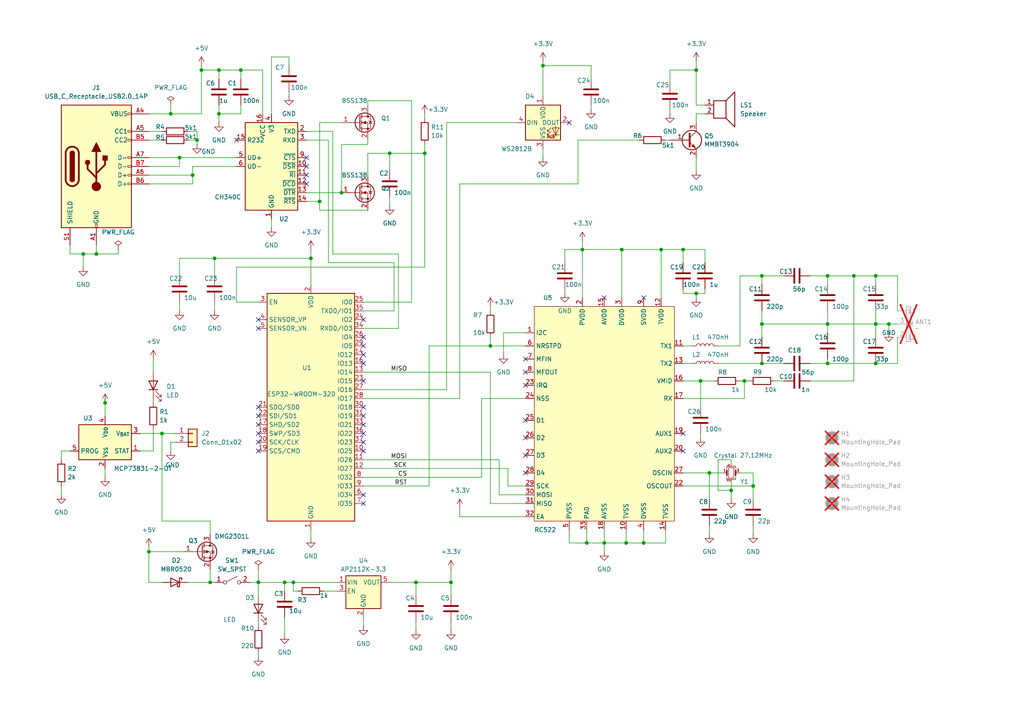
<source format=kicad_sch>
(kicad_sch (version 20231120) (generator "eeschema") (generator_version "8.0")
  (paper "A4")
  (junction (at 254 80.01))
  (junction (at 257.81 93.98))
  (junction (at 130.81 168.91))
  (junction (at 49.53 33.02))
  (junction (at 82.55 168.91))
  (junction (at 201.93 20.32))
  (junction (at 215.9 110.49))
  (junction (at 254 93.98))
  (junction (at 218.44 140.97))
  (junction (at 198.12 72.39))
  (junction (at 27.94 73.66))
  (junction (at 46.99 125.73))
  (junction (at 92.71 58.42))
  (junction (at 55.88 50.8))
  (junction (at 57.15 40.64))
  (junction (at 240.03 93.98))
  (junction (at 62.23 74.93))
  (junction (at 205.74 137.16))
  (junction (at 240.03 80.01))
  (junction (at 24.13 73.66))
  (junction (at 157.48 19.05))
  (junction (at 142.24 100.33))
  (junction (at 120.65 168.91))
  (junction (at 30.48 116.84))
  (junction (at 175.26 157.48))
  (junction (at 254 105.41))
  (junction (at 63.5 33.02))
  (junction (at 52.07 45.72))
  (junction (at 240.03 105.41))
  (junction (at 186.69 157.48))
  (junction (at 85.09 168.91))
  (junction (at 170.18 157.48))
  (junction (at 201.93 85.09))
  (junction (at 180.34 72.39))
  (junction (at 99.06 55.88))
  (junction (at 247.65 80.01))
  (junction (at 203.2 110.49))
  (junction (at 74.93 168.91))
  (junction (at 63.5 20.32))
  (junction (at 60.96 168.91))
  (junction (at 113.03 44.45))
  (junction (at 220.98 105.41))
  (junction (at 220.98 80.01))
  (junction (at 43.18 160.02))
  (junction (at 168.91 72.39))
  (junction (at 191.77 72.39))
  (junction (at 212.09 142.24))
  (junction (at 58.42 20.32))
  (junction (at 69.85 20.32))
  (junction (at 181.61 157.48))
  (junction (at 220.98 93.98))
  (junction (at 123.19 44.45))
  (junction (at 90.17 74.93))
  (no_connect (at 152.4 121.92))
  (no_connect (at 88.9 45.72))
  (no_connect (at 74.93 125.73))
  (no_connect (at 88.9 50.8))
  (no_connect (at 105.41 143.51))
  (no_connect (at 74.93 92.71))
  (no_connect (at 198.12 130.81))
  (no_connect (at 88.9 48.26))
  (no_connect (at 105.41 110.49))
  (no_connect (at 186.69 86.36))
  (no_connect (at 105.41 120.65))
  (no_connect (at 152.4 104.14))
  (no_connect (at 74.93 130.81))
  (no_connect (at 152.4 111.76))
  (no_connect (at 105.41 128.27))
  (no_connect (at 152.4 137.16))
  (no_connect (at 105.41 123.19))
  (no_connect (at 74.93 118.11))
  (no_connect (at 74.93 128.27))
  (no_connect (at 105.41 146.05))
  (no_connect (at 74.93 123.19))
  (no_connect (at 165.1 35.56))
  (no_connect (at 68.58 40.64))
  (no_connect (at 105.41 92.71))
  (no_connect (at 105.41 102.87))
  (no_connect (at 152.4 107.95))
  (no_connect (at 175.26 86.36))
  (no_connect (at 105.41 130.81))
  (no_connect (at 105.41 125.73))
  (no_connect (at 105.41 100.33))
  (no_connect (at 74.93 120.65))
  (no_connect (at 105.41 105.41))
  (no_connect (at 105.41 118.11))
  (no_connect (at 105.41 97.79))
  (no_connect (at 152.4 127))
  (no_connect (at 198.12 125.73))
  (no_connect (at 152.4 132.08))
  (no_connect (at 74.93 95.25))
  (no_connect (at 88.9 53.34))
  (wire (pts (xy 240.03 90.17) (xy 240.03 93.98)))
  (wire (pts (xy 163.83 76.2) (xy 163.83 72.39)))
  (wire (pts (xy 46.99 125.73) (xy 50.8 125.73)))
  (wire (pts (xy 17.78 133.35) (xy 17.78 130.81)))
  (wire (pts (xy 92.71 58.42) (xy 88.9 58.42)))
  (wire (pts (xy 247.65 80.01) (xy 247.65 110.49)))
  (wire (pts (xy 105.41 115.57) (xy 133.35 115.57)))
  (wire (pts (xy 198.12 140.97) (xy 218.44 140.97)))
  (wire (pts (xy 124.46 140.97) (xy 124.46 100.33)))
  (wire (pts (xy 198.12 100.33) (xy 200.66 100.33)))
  (wire (pts (xy 254 93.98) (xy 254 97.79)))
  (wire (pts (xy 68.58 77.47) (xy 68.58 87.63)))
  (wire (pts (xy 20.32 73.66) (xy 24.13 73.66)))
  (wire (pts (xy 201.93 33.02) (xy 201.93 35.56)))
  (wire (pts (xy 69.85 20.32) (xy 76.2 20.32)))
  (wire (pts (xy 105.41 179.07) (xy 105.41 181.61)))
  (wire (pts (xy 52.07 48.26) (xy 43.18 48.26)))
  (wire (pts (xy 204.47 85.09) (xy 204.47 83.82)))
  (wire (pts (xy 133.35 53.34) (xy 167.64 53.34)))
  (wire (pts (xy 60.96 151.13) (xy 46.99 151.13)))
  (wire (pts (xy 44.45 130.81) (xy 44.45 124.46)))
  (wire (pts (xy 191.77 86.36) (xy 191.77 72.39)))
  (wire (pts (xy 74.93 168.91) (xy 74.93 172.72)))
  (wire (pts (xy 46.99 168.91) (xy 43.18 168.91)))
  (wire (pts (xy 95.25 76.2) (xy 114.3 76.2)))
  (wire (pts (xy 30.48 135.89) (xy 30.48 138.43)))
  (wire (pts (xy 105.41 138.43) (xy 139.7 138.43)))
  (wire (pts (xy 139.7 138.43) (xy 139.7 115.57)))
  (wire (pts (xy 106.68 29.21) (xy 119.38 29.21)))
  (wire (pts (xy 254 93.98) (xy 257.81 93.98)))
  (wire (pts (xy 214.63 137.16) (xy 218.44 137.16)))
  (wire (pts (xy 68.58 87.63) (xy 74.93 87.63)))
  (wire (pts (xy 220.98 93.98) (xy 240.03 93.98)))
  (wire (pts (xy 129.54 35.56) (xy 149.86 35.56)))
  (wire (pts (xy 43.18 45.72) (xy 52.07 45.72)))
  (wire (pts (xy 43.18 158.75) (xy 43.18 160.02)))
  (wire (pts (xy 43.18 160.02) (xy 53.34 160.02)))
  (wire (pts (xy 203.2 110.49) (xy 207.01 110.49)))
  (wire (pts (xy 54.61 38.1) (xy 57.15 38.1)))
  (wire (pts (xy 175.26 157.48) (xy 175.26 160.02)))
  (wire (pts (xy 105.41 107.95) (xy 142.24 107.95)))
  (wire (pts (xy 96.52 73.66) (xy 115.57 73.66)))
  (wire (pts (xy 123.19 44.45) (xy 123.19 77.47)))
  (wire (pts (xy 218.44 137.16) (xy 218.44 140.97)))
  (wire (pts (xy 152.4 146.05) (xy 142.24 146.05)))
  (wire (pts (xy 163.83 83.82) (xy 163.83 85.09)))
  (wire (pts (xy 167.64 40.64) (xy 185.42 40.64)))
  (wire (pts (xy 57.15 38.1) (xy 57.15 40.64)))
  (wire (pts (xy 144.78 143.51) (xy 144.78 133.35)))
  (wire (pts (xy 254 90.17) (xy 254 93.98)))
  (wire (pts (xy 181.61 157.48) (xy 186.69 157.48)))
  (wire (pts (xy 142.24 100.33) (xy 152.4 100.33)))
  (wire (pts (xy 198.12 137.16) (xy 205.74 137.16)))
  (wire (pts (xy 120.65 168.91) (xy 120.65 172.72)))
  (wire (pts (xy 55.88 50.8) (xy 55.88 48.26)))
  (wire (pts (xy 171.45 30.48) (xy 171.45 31.75)))
  (wire (pts (xy 146.05 96.52) (xy 152.4 96.52)))
  (wire (pts (xy 175.26 157.48) (xy 181.61 157.48)))
  (wire (pts (xy 220.98 80.01) (xy 220.98 82.55)))
  (wire (pts (xy 113.03 168.91) (xy 120.65 168.91)))
  (wire (pts (xy 198.12 110.49) (xy 203.2 110.49)))
  (wire (pts (xy 99.06 41.91) (xy 99.06 55.88)))
  (wire (pts (xy 57.15 40.64) (xy 57.15 41.91)))
  (wire (pts (xy 146.05 102.87) (xy 146.05 96.52)))
  (wire (pts (xy 175.26 153.67) (xy 175.26 157.48)))
  (wire (pts (xy 203.2 127) (xy 203.2 125.73)))
  (wire (pts (xy 120.65 168.91) (xy 130.81 168.91)))
  (wire (pts (xy 30.48 115.57) (xy 30.48 116.84)))
  (wire (pts (xy 82.55 168.91) (xy 85.09 168.91)))
  (wire (pts (xy 52.07 80.01) (xy 52.07 74.93)))
  (wire (pts (xy 198.12 85.09) (xy 201.93 85.09)))
  (wire (pts (xy 88.9 38.1) (xy 96.52 38.1)))
  (wire (pts (xy 240.03 104.14) (xy 240.03 105.41)))
  (wire (pts (xy 95.25 40.64) (xy 95.25 76.2)))
  (wire (pts (xy 74.93 180.34) (xy 74.93 181.61)))
  (wire (pts (xy 54.61 168.91) (xy 60.96 168.91)))
  (wire (pts (xy 63.5 20.32) (xy 63.5 22.86)))
  (wire (pts (xy 254 105.41) (xy 260.35 105.41)))
  (wire (pts (xy 220.98 93.98) (xy 220.98 97.79)))
  (wire (pts (xy 218.44 152.4) (xy 218.44 154.94)))
  (wire (pts (xy 129.54 113.03) (xy 129.54 35.56)))
  (wire (pts (xy 52.07 45.72) (xy 68.58 45.72)))
  (wire (pts (xy 83.82 26.67) (xy 83.82 27.94)))
  (wire (pts (xy 50.8 128.27) (xy 49.53 128.27)))
  (wire (pts (xy 52.07 87.63) (xy 52.07 90.17)))
  (wire (pts (xy 220.98 80.01) (xy 227.33 80.01)))
  (wire (pts (xy 191.77 72.39) (xy 180.34 72.39)))
  (wire (pts (xy 208.28 133.35) (xy 208.28 142.24)))
  (wire (pts (xy 78.74 63.5) (xy 78.74 66.04)))
  (wire (pts (xy 157.48 19.05) (xy 157.48 27.94)))
  (wire (pts (xy 105.41 140.97) (xy 124.46 140.97)))
  (wire (pts (xy 58.42 20.32) (xy 63.5 20.32)))
  (wire (pts (xy 52.07 45.72) (xy 52.07 48.26)))
  (wire (pts (xy 165.1 153.67) (xy 165.1 157.48)))
  (wire (pts (xy 247.65 110.49) (xy 234.95 110.49)))
  (wire (pts (xy 20.32 71.12) (xy 20.32 73.66)))
  (wire (pts (xy 49.53 30.48) (xy 49.53 33.02)))
  (wire (pts (xy 123.19 44.45) (xy 113.03 44.45)))
  (wire (pts (xy 96.52 38.1) (xy 96.52 73.66)))
  (wire (pts (xy 78.74 16.51) (xy 78.74 33.02)))
  (wire (pts (xy 165.1 157.48) (xy 170.18 157.48)))
  (wire (pts (xy 92.71 58.42) (xy 92.71 60.96)))
  (wire (pts (xy 60.96 168.91) (xy 60.96 165.1)))
  (wire (pts (xy 43.18 40.64) (xy 46.99 40.64)))
  (wire (pts (xy 157.48 43.18) (xy 157.48 45.72)))
  (wire (pts (xy 105.41 87.63) (xy 119.38 87.63)))
  (wire (pts (xy 92.71 35.56) (xy 99.06 35.56)))
  (wire (pts (xy 85.09 168.91) (xy 97.79 168.91)))
  (wire (pts (xy 106.68 41.91) (xy 99.06 41.91)))
  (wire (pts (xy 240.03 93.98) (xy 240.03 96.52)))
  (wire (pts (xy 119.38 29.21) (xy 119.38 87.63)))
  (wire (pts (xy 208.28 100.33) (xy 214.63 100.33)))
  (wire (pts (xy 83.82 16.51) (xy 83.82 19.05)))
  (wire (pts (xy 224.79 110.49) (xy 227.33 110.49)))
  (wire (pts (xy 90.17 74.93) (xy 90.17 82.55)))
  (wire (pts (xy 114.3 76.2) (xy 114.3 90.17)))
  (wire (pts (xy 203.2 110.49) (xy 203.2 118.11)))
  (wire (pts (xy 90.17 153.67) (xy 90.17 156.21)))
  (wire (pts (xy 142.24 88.9) (xy 142.24 90.17)))
  (wire (pts (xy 27.94 73.66) (xy 27.94 71.12)))
  (wire (pts (xy 27.94 73.66) (xy 34.29 73.66)))
  (wire (pts (xy 218.44 140.97) (xy 218.44 144.78)))
  (wire (pts (xy 123.19 33.02) (xy 123.19 34.29)))
  (wire (pts (xy 62.23 74.93) (xy 62.23 80.01)))
  (wire (pts (xy 62.23 74.93) (xy 90.17 74.93)))
  (wire (pts (xy 205.74 137.16) (xy 205.74 144.78)))
  (wire (pts (xy 69.85 30.48) (xy 69.85 33.02)))
  (wire (pts (xy 62.23 87.63) (xy 62.23 90.17)))
  (wire (pts (xy 260.35 97.79) (xy 260.35 105.41)))
  (wire (pts (xy 17.78 140.97) (xy 17.78 143.51)))
  (wire (pts (xy 55.88 48.26) (xy 68.58 48.26)))
  (wire (pts (xy 60.96 168.91) (xy 62.23 168.91)))
  (wire (pts (xy 115.57 73.66) (xy 115.57 95.25)))
  (wire (pts (xy 69.85 33.02) (xy 63.5 33.02)))
  (wire (pts (xy 133.35 147.32) (xy 133.35 149.86)))
  (wire (pts (xy 194.31 31.75) (xy 194.31 33.02)))
  (wire (pts (xy 92.71 60.96) (xy 106.68 60.96)))
  (wire (pts (xy 163.83 72.39) (xy 168.91 72.39)))
  (wire (pts (xy 214.63 80.01) (xy 220.98 80.01)))
  (wire (pts (xy 220.98 90.17) (xy 220.98 93.98)))
  (wire (pts (xy 194.31 20.32) (xy 194.31 24.13)))
  (wire (pts (xy 215.9 115.57) (xy 215.9 110.49)))
  (wire (pts (xy 212.09 142.24) (xy 212.09 144.78)))
  (wire (pts (xy 93.98 171.45) (xy 97.79 171.45)))
  (wire (pts (xy 43.18 53.34) (xy 55.88 53.34)))
  (wire (pts (xy 240.03 93.98) (xy 254 93.98)))
  (wire (pts (xy 152.4 149.86) (xy 133.35 149.86)))
  (wire (pts (xy 72.39 168.91) (xy 74.93 168.91)))
  (wire (pts (xy 86.36 171.45) (xy 85.09 171.45)))
  (wire (pts (xy 204.47 76.2) (xy 204.47 72.39)))
  (wire (pts (xy 170.18 157.48) (xy 175.26 157.48)))
  (wire (pts (xy 40.64 130.81) (xy 44.45 130.81)))
  (wire (pts (xy 74.93 168.91) (xy 82.55 168.91)))
  (wire (pts (xy 63.5 20.32) (xy 69.85 20.32)))
  (wire (pts (xy 76.2 33.02) (xy 76.2 20.32)))
  (wire (pts (xy 113.03 59.69) (xy 113.03 57.15)))
  (wire (pts (xy 105.41 90.17) (xy 114.3 90.17)))
  (wire (pts (xy 212.09 134.62) (xy 212.09 133.35)))
  (wire (pts (xy 44.45 115.57) (xy 44.45 116.84)))
  (wire (pts (xy 106.68 29.21) (xy 106.68 30.48)))
  (wire (pts (xy 254 80.01) (xy 260.35 80.01)))
  (wire (pts (xy 82.55 179.07) (xy 82.55 184.15)))
  (wire (pts (xy 167.64 53.34) (xy 167.64 40.64)))
  (wire (pts (xy 214.63 100.33) (xy 214.63 80.01)))
  (wire (pts (xy 24.13 73.66) (xy 24.13 77.47)))
  (wire (pts (xy 240.03 80.01) (xy 234.95 80.01)))
  (wire (pts (xy 49.53 33.02) (xy 58.42 33.02)))
  (wire (pts (xy 212.09 142.24) (xy 212.09 139.7)))
  (wire (pts (xy 181.61 153.67) (xy 181.61 157.48)))
  (wire (pts (xy 198.12 76.2) (xy 198.12 72.39)))
  (wire (pts (xy 215.9 110.49) (xy 217.17 110.49)))
  (wire (pts (xy 201.93 17.78) (xy 201.93 20.32)))
  (wire (pts (xy 113.03 44.45) (xy 113.03 49.53)))
  (wire (pts (xy 58.42 20.32) (xy 58.42 19.05)))
  (wire (pts (xy 240.03 80.01) (xy 247.65 80.01)))
  (wire (pts (xy 24.13 73.66) (xy 27.94 73.66)))
  (wire (pts (xy 193.04 40.64) (xy 194.31 40.64)))
  (wire (pts (xy 220.98 105.41) (xy 227.33 105.41)))
  (wire (pts (xy 74.93 165.1) (xy 74.93 168.91)))
  (wire (pts (xy 234.95 105.41) (xy 240.03 105.41)))
  (wire (pts (xy 198.12 105.41) (xy 200.66 105.41)))
  (wire (pts (xy 55.88 53.34) (xy 55.88 50.8)))
  (wire (pts (xy 204.47 72.39) (xy 198.12 72.39)))
  (wire (pts (xy 106.68 44.45) (xy 113.03 44.45)))
  (wire (pts (xy 257.81 93.98) (xy 257.81 96.52)))
  (wire (pts (xy 142.24 146.05) (xy 142.24 107.95)))
  (wire (pts (xy 257.81 93.98) (xy 260.35 93.98)))
  (wire (pts (xy 201.93 85.09) (xy 201.93 86.36)))
  (wire (pts (xy 152.4 140.97) (xy 147.32 140.97)))
  (wire (pts (xy 69.85 22.86) (xy 69.85 20.32)))
  (wire (pts (xy 193.04 157.48) (xy 193.04 153.67)))
  (wire (pts (xy 90.17 72.39) (xy 90.17 74.93)))
  (wire (pts (xy 85.09 171.45) (xy 85.09 168.91)))
  (wire (pts (xy 74.93 189.23) (xy 74.93 190.5)))
  (wire (pts (xy 194.31 20.32) (xy 201.93 20.32)))
  (wire (pts (xy 105.41 133.35) (xy 144.78 133.35)))
  (wire (pts (xy 208.28 133.35) (xy 212.09 133.35)))
  (wire (pts (xy 130.81 180.34) (xy 130.81 182.88)))
  (wire (pts (xy 205.74 152.4) (xy 205.74 154.94)))
  (wire (pts (xy 120.65 180.34) (xy 120.65 182.88)))
  (wire (pts (xy 34.29 73.66) (xy 34.29 72.39)))
  (wire (pts (xy 240.03 80.01) (xy 240.03 82.55)))
  (wire (pts (xy 43.18 38.1) (xy 46.99 38.1)))
  (wire (pts (xy 147.32 140.97) (xy 147.32 135.89)))
  (wire (pts (xy 106.68 41.91) (xy 106.68 40.64)))
  (wire (pts (xy 106.68 50.8) (xy 106.68 44.45)))
  (wire (pts (xy 124.46 100.33) (xy 142.24 100.33)))
  (wire (pts (xy 43.18 50.8) (xy 55.88 50.8)))
  (wire (pts (xy 105.41 113.03) (xy 129.54 113.03)))
  (wire (pts (xy 88.9 40.64) (xy 95.25 40.64)))
  (wire (pts (xy 133.35 115.57) (xy 133.35 53.34)))
  (wire (pts (xy 88.9 55.88) (xy 99.06 55.88)))
  (wire (pts (xy 152.4 143.51) (xy 144.78 143.51)))
  (wire (pts (xy 198.12 115.57) (xy 215.9 115.57)))
  (wire (pts (xy 142.24 97.79) (xy 142.24 100.33)))
  (wire (pts (xy 204.47 30.48) (xy 201.93 30.48)))
  (wire (pts (xy 247.65 80.01) (xy 254 80.01)))
  (wire (pts (xy 168.91 69.85) (xy 168.91 72.39)))
  (wire (pts (xy 46.99 151.13) (xy 46.99 125.73)))
  (wire (pts (xy 63.5 33.02) (xy 63.5 35.56)))
  (wire (pts (xy 170.18 153.67) (xy 170.18 157.48)))
  (wire (pts (xy 43.18 33.02) (xy 49.53 33.02)))
  (wire (pts (xy 115.57 95.25) (xy 105.41 95.25)))
  (wire (pts (xy 17.78 130.81) (xy 20.32 130.81)))
  (wire (pts (xy 208.28 105.41) (xy 220.98 105.41)))
  (wire (pts (xy 260.35 80.01) (xy 260.35 90.17)))
  (wire (pts (xy 157.48 17.78) (xy 157.48 19.05)))
  (wire (pts (xy 92.71 35.56) (xy 92.71 58.42)))
  (wire (pts (xy 130.81 168.91) (xy 130.81 172.72)))
  (wire (pts (xy 198.12 72.39) (xy 191.77 72.39)))
  (wire (pts (xy 201.93 45.72) (xy 201.93 49.53)))
  (wire (pts (xy 105.41 135.89) (xy 147.32 135.89)))
  (wire (pts (xy 58.42 33.02) (xy 58.42 20.32)))
  (wire (pts (xy 171.45 19.05) (xy 171.45 22.86)))
  (wire (pts (xy 208.28 142.24) (xy 212.09 142.24)))
  (wire (pts (xy 201.93 85.09) (xy 204.47 85.09)))
  (wire (pts (xy 49.53 128.27) (xy 49.53 130.81)))
  (wire (pts (xy 186.69 157.48) (xy 193.04 157.48)))
  (wire (pts (xy 54.61 40.64) (xy 57.15 40.64)))
  (wire (pts (xy 130.81 165.1) (xy 130.81 168.91)))
  (wire (pts (xy 40.64 125.73) (xy 46.99 125.73)))
  (wire (pts (xy 214.63 110.49) (xy 215.9 110.49)))
  (wire (pts (xy 254 80.01) (xy 254 82.55)))
  (wire (pts (xy 139.7 115.57) (xy 152.4 115.57)))
  (wire (pts (xy 82.55 168.91) (xy 82.55 171.45)))
  (wire (pts (xy 78.74 16.51) (xy 83.82 16.51)))
  (wire (pts (xy 60.96 154.94) (xy 60.96 151.13)))
  (wire (pts (xy 168.91 72.39) (xy 180.34 72.39)))
  (wire (pts (xy 123.19 77.47) (xy 68.58 77.47)))
  (wire (pts (xy 204.47 33.02) (xy 201.93 33.02)))
  (wire (pts (xy 186.69 153.67) (xy 186.69 157.48)))
  (wire (pts (xy 205.74 137.16) (xy 209.55 137.16)))
  (wire (pts (xy 198.12 83.82) (xy 198.12 85.09)))
  (wire (pts (xy 180.34 72.39) (xy 180.34 86.36)))
  (wire (pts (xy 30.48 116.84) (xy 30.48 120.65)))
  (wire (pts (xy 44.45 104.14) (xy 44.45 107.95)))
  (wire (pts (xy 63.5 30.48) (xy 63.5 33.02)))
  (wire (pts (xy 123.19 41.91) (xy 123.19 44.45)))
  (wire (pts (xy 52.07 74.93) (xy 62.23 74.93)))
  (wire (pts (xy 168.91 86.36) (xy 168.91 72.39)))
  (wire (pts (xy 201.93 20.32) (xy 201.93 30.48)))
  (wire (pts (xy 171.45 19.05) (xy 157.48 19.05)))
  (wire (pts (xy 43.18 160.02) (xy 43.18 168.91)))
  (wire (pts (xy 240.03 105.41) (xy 254 105.41)))
  (label "SCK" (at 118.11 135.89 180))
  (label "MOSI" (at 118.11 133.35 180))
  (label "MISO" (at 118.11 107.95 180))
  (label "RST" (at 118.11 140.97 180))
  (label "CS" (at 118.11 138.43 180))
  (symbol (lib_id "power:+3.3V") (at 130.81 165.1 0) (unit 1)
    (property "Reference" "#PWR020" (effects (hide yes)))
    (property "Value" "+3.3V" (at 130.81 160.02 0))
    (property "Description" "Power symbol creates a global label with name \"+3.3V\"" (effects (hide yes)))
  )
  (symbol (lib_id "Device:C") (at 254 101.6 0) (unit 1)
    (property "Reference" "C17" (at 250.19 99.06 0) (effects (justify left)))
    (property "Value" "33p" (at 254 104.14 0) (effects (justify left)))
    (property "Footprint" "Capacitor_SMD:C_0603_1608Metric" (effects (hide yes)))
    (property "Description" "Unpolarized capacitor" (effects (hide yes)))
  )
  (symbol (lib_id "power:+5V") (at 43.18 158.75 0) (unit 1)
    (property "Reference" "#PWR015" (effects (hide yes)))
    (property "Value" "+5V" (at 43.18 153.67 0))
    (property "Description" "Power symbol creates a global label with name \"+5V\"" (effects (hide yes)))
  )
  (symbol (lib_id "power:GND") (at 82.55 184.15 0) (unit 1)
    (property "Reference" "#PWR016" (effects (hide yes)))
    (property "Value" "GND" (at 82.55 189.23 0))
    (property "Description" "Power symbol creates a global label with name \"GND\" , ground" (effects (hide yes)))
  )
  (symbol (lib_id "Device:R") (at 90.17 171.45 90) (unit 1)
    (property "Reference" "R3" (at 87.63 173.99 90))
    (property "Value" "1k" (at 93.98 172.72 90))
    (property "Footprint" "Resistor_SMD:R_0603_1608Metric" (effects (hide yes)))
    (property "Description" "Resistor" (effects (hide yes)))
  )
  (symbol (lib_id "Device:C") (at 231.14 110.49 90) (unit 1)
    (property "Reference" "C10" (at 229.87 109.22 90) (effects (justify left)))
    (property "Value" "1n" (at 234.95 113.03 90) (effects (justify left)))
    (property "Footprint" "Capacitor_SMD:C_0603_1608Metric" (effects (hide yes)))
    (property "Description" "Unpolarized capacitor" (effects (hide yes)))
    (property "LCSC" "	C1523" (effects (hide yes)))
  )
  (symbol (lib_id "Device:C") (at 83.82 22.86 0) (unit 1)
    (property "Reference" "C7" (at 79.756 19.558 0) (effects (justify left)))
    (property "Value" "100n" (at 84.328 25.4 0) (effects (justify left)))
    (property "Footprint" "Capacitor_SMD:C_0603_1608Metric" (effects (hide yes)))
    (property "Description" "Unpolarized capacitor" (effects (hide yes)))
    (property "LCSC" "C5137636" (effects (hide yes)))
  )
  (symbol (lib_id "Mechanical:MountingHole") (at 241.3 127 90) (unit 1) (exclude_from_sim yes) (in_bom no) (dnp yes)
    (property "Reference" "H1" (at 243.84 125.7878 90) (effects (justify right)))
    (property "Value" "MountingHole_Pad" (at 243.84 128.2121 90) (effects (justify right)))
    (property "Footprint" "MountingHole:MountingHole_2.2mm_M2" (effects (hide yes)))
    (property "Description" "Mounting Hole without connection" (effects (hide yes)))
  )
  (symbol (lib_id "power:GND") (at 163.83 85.09 0) (unit 1)
    (property "Reference" "#PWR032" (effects (hide yes)))
    (property "Value" "GND" (at 163.83 90.17 0))
    (property "Description" "Power symbol creates a global label with name \"GND\" , ground" (effects (hide yes)))
  )
  (symbol (lib_id "Device:C") (at 52.07 83.82 0) (unit 1)
    (property "Reference" "C22" (at 49.022 80.772 0) (effects (justify left)))
    (property "Value" "10u" (at 53.34 86.36 0) (effects (justify left)))
    (property "Footprint" "Capacitor_SMD:C_0805_2012Metric_Pad1.18x1.45mm_HandSolder" (effects (hide yes)))
    (property "Description" "Unpolarized capacitor" (effects (hide yes)))
    (property "LCSC" "C15850" (effects (hide yes)))
  )
  (symbol (lib_id "Device:R") (at 210.82 110.49 270) (unit 1)
    (property "Reference" "R8" (at 209.55 107.95 90))
    (property "Value" "1k" (at 213.36 113.03 90))
    (property "Footprint" "Resistor_SMD:R_0603_1608Metric" (effects (hide yes)))
    (property "Description" "Resistor" (effects (hide yes)))
  )
  (symbol (lib_id "Device:C") (at 203.2 121.92 0) (unit 1)
    (property "Reference" "C26" (at 199.39 119.38 0) (effects (justify left)))
    (property "Value" "100n" (at 204.47 124.46 0) (effects (justify left)))
    (property "Footprint" "Capacitor_SMD:C_0603_1608Metric" (effects (hide yes)))
    (property "Description" "Unpolarized capacitor" (effects (hide yes)))
    (property "LCSC" "C5137636" (effects (hide yes)))
  )
  (symbol (lib_id "power:GND") (at 203.2 127 0) (unit 1)
    (property "Reference" "#PWR042" (effects (hide yes)))
    (property "Value" "GND" (at 203.2 132.08 0))
    (property "Description" "Power symbol creates a global label with name \"GND\" , ground" (effects (hide yes)))
  )
  (symbol (lib_id "power:GND") (at 212.09 144.78 0) (unit 1)
    (property "Reference" "#PWR043" (effects (hide yes)))
    (property "Value" "GND" (at 212.09 149.86 0))
    (property "Description" "Power symbol creates a global label with name \"GND\" , ground" (effects (hide yes)))
  )
  (symbol (lib_id "power:GND") (at 146.05 102.87 0) (unit 1)
    (property "Reference" "#PWR029" (effects (hide yes)))
    (property "Value" "GND" (at 146.05 107.95 0))
    (property "Description" "Power symbol creates a global label with name \"GND\" , ground" (effects (hide yes)))
  )
  (symbol (lib_id "Device:LED") (at 74.93 176.53 90) (unit 1)
    (property "Reference" "D3" (at 71.12 173.355 90) (effects (justify right)))
    (property "Value" "LED" (at 64.77 179.705 90) (effects (justify right)))
    (property "Footprint" "LED_SMD:LED_0603_1608Metric" (effects (hide yes)))
    (property "Description" "Light emitting diode" (effects (hide yes)))
  )
  (symbol (lib_id "power:PWR_FLAG") (at 34.29 72.39 0) (unit 1)
    (property "Reference" "#FLG03" (effects (hide yes)))
    (property "Value" "PWR_FLAG" (at 34.29 67.31 0))
    (property "Description" "Special symbol for telling ERC where power comes from" (effects (hide yes)))
  )
  (symbol (lib_id "Transistor_FET:BSS138") (at 104.14 35.56 0) (unit 1)
    (property "Reference" "Q1" (at 110.49 34.2899 0) (effects (justify left)))
    (property "Value" "BSS138" (at 99.06 29.21 0) (effects (justify left)))
    (property "Footprint" "Package_TO_SOT_SMD:SOT-23" (effects (hide yes)))
    (property "Datasheet" "https://www.onsemi.com/pub/Collateral/BSS138-D.PDF" (effects (hide yes)))
    (property "Description" "50V Vds, 0.22A Id, N-Channel MOSFET, SOT-23" (effects (hide yes)))
    (property "LCSC" "C40912" (effects (hide yes)))
  )
  (symbol (lib_id "power:GND") (at 175.26 160.02 0) (unit 1)
    (property "Reference" "#PWR031" (effects (hide yes)))
    (property "Value" "GND" (at 175.26 165.1 0))
    (property "Description" "Power symbol creates a global label with name \"GND\" , ground" (effects (hide yes)))
  )
  (symbol (lib_id "power:GND") (at 90.17 156.21 0) (unit 1)
    (property "Reference" "#PWR01" (effects (hide yes)))
    (property "Value" "GND" (at 90.17 161.29 0))
    (property "Description" "Power symbol creates a global label with name \"GND\" , ground" (effects (hide yes)))
  )
  (symbol (lib_id "Device:LED") (at 44.45 111.76 90) (unit 1)
    (property "Reference" "D1" (at 48.26 112.0774 90) (effects (justify right)))
    (property "Value" "LED" (at 48.26 114.6174 90) (effects (justify right)))
    (property "Footprint" "LED_SMD:LED_0603_1608Metric" (effects (hide yes)))
    (property "Description" "Light emitting diode" (effects (hide yes)))
  )
  (symbol (lib_id "power:+3.3V") (at 201.93 17.78 0) (unit 1)
    (property "Reference" "#PWR024" (effects (hide yes)))
    (property "Value" "+3.3V" (at 201.93 12.7 0))
    (property "Description" "Power symbol creates a global label with name \"+3.3V\"" (effects (hide yes)))
  )
  (symbol (lib_id "Device:L") (at 204.47 105.41 90) (unit 1)
    (property "Reference" "L2" (at 201.93 102.87 90))
    (property "Value" "470nH" (at 208.28 102.87 90))
    (property "Footprint" "Inductor_SMD:L_0603_1608Metric_Pad1.05x0.95mm_HandSolder" (effects (hide yes)))
    (property "Description" "Inductor" (effects (hide yes)))
    (property "LCSC" "	C280285" (effects (hide yes)))
  )
  (symbol (lib_id "power:+5V") (at 30.48 116.84 0) (unit 1)
    (property "Reference" "#PWR010" (effects (hide yes)))
    (property "Value" "+5V" (at 30.48 111.76 0))
    (property "Description" "Power symbol creates a global label with name \"+5V\"" (effects (hide yes)))
  )
  (symbol (lib_id "Device:R") (at 220.98 110.49 270) (unit 1)
    (property "Reference" "R9" (at 219.71 107.95 90))
    (property "Value" "10k" (at 223.52 113.03 90))
    (property "Footprint" "Resistor_SMD:R_0603_1608Metric" (effects (hide yes)))
    (property "Description" "Resistor" (effects (hide yes)))
  )
  (symbol (lib_id "power:GND") (at 205.74 154.94 0) (unit 1)
    (property "Reference" "#PWR025" (effects (hide yes)))
    (property "Value" "GND" (at 205.74 160.02 0))
    (property "Description" "Power symbol creates a global label with name \"GND\" , ground" (effects (hide yes)))
  )
  (symbol (lib_id "Device:R") (at 123.19 38.1 180) (unit 1)
    (property "Reference" "R11" (at 124.968 36.8878 0) (effects (justify right)))
    (property "Value" "10k" (at 124.968 39.3121 0) (effects (justify right)))
    (property "Footprint" "Resistor_SMD:R_0603_1608Metric" (effects (hide yes)))
    (property "Description" "Resistor" (effects (hide yes)))
  )
  (symbol (lib_id "RFID:Antenna") (at 264.16 93.98 0) (unit 1) (dnp yes)
    (property "Reference" "ANT1" (at 265.43 93.3449 0) (effects (justify left)))
    (property "Value" "~" (at 265.43 95.25 0) (effects (justify left)))
    (property "Footprint" "RFID:RFID_Antenna2" (effects (hide yes)))
  )
  (symbol (lib_id "Device:C") (at 205.74 148.59 0) (unit 1)
    (property "Reference" "C8" (at 202.692 145.542 0) (effects (justify left)))
    (property "Value" "22p" (at 207.01 151.13 0) (effects (justify left)))
    (property "Footprint" "Capacitor_SMD:C_0603_1608Metric" (effects (hide yes)))
    (property "Description" "Unpolarized capacitor" (effects (hide yes)))
    (property "LCSC" "	C105620" (effects (hide yes)))
  )
  (symbol (lib_id "Device:Crystal_GND24_Small") (at 212.09 137.16 0) (unit 1)
    (property "Reference" "Y1" (at 214.63 139.7 0) (effects (justify left)))
    (property "Value" "Crystal 27.12MHz" (at 207.01 132.08 0) (effects (justify left)))
    (property "Footprint" "Crystal:Crystal_SMD_3225-4Pin_3.2x2.5mm" (effects (hide yes)))
    (property "Description" "Four pin crystal, GND on pins 2 and 4, small symbol" (effects (hide yes)))
    (property "LCSC" "C164053" (effects (hide yes)))
  )
  (symbol (lib_id "Transistor_FET:DMG2301L") (at 58.42 160.02 0) (unit 1)
    (property "Reference" "Q3" (at 54.61 156.845 0) (effects (justify left)))
    (property "Value" "DMG2301L" (at 62.23 155.575 0) (effects (justify left)))
    (property "Footprint" "Package_TO_SOT_SMD:SOT-23" (effects (hide yes)))
    (property "Datasheet" "https://www.diodes.com/assets/Datasheets/DMG2301L.pdf" (effects (hide yes)))
    (property "Description" "-3A Id, -20V Vds, P-Channel MOSFET, SOT-23" (effects (hide yes)))
    (property "LCSC" "C7472914" (effects (hide yes)))
  )
  (symbol (lib_id "Device:C") (at 62.23 83.82 0) (unit 1)
    (property "Reference" "C23" (at 59.182 80.772 0) (effects (justify left)))
    (property "Value" "100n" (at 63.5 86.36 0) (effects (justify left)))
    (property "Footprint" "Capacitor_SMD:C_0603_1608Metric" (effects (hide yes)))
    (property "Description" "Unpolarized capacitor" (effects (hide yes)))
    (property "LCSC" "C5137636" (effects (hide yes)))
  )
  (symbol (lib_id "Device:C") (at 204.47 80.01 0) (unit 1)
    (property "Reference" "C20" (at 200.66 77.47 0) (effects (justify left)))
    (property "Value" "1u" (at 205.74 82.55 0) (effects (justify left)))
    (property "Footprint" "Capacitor_SMD:C_0603_1608Metric" (effects (hide yes)))
    (property "Description" "Unpolarized capacitor" (effects (hide yes)))
    (property "LCSC" "C1592" (effects (hide yes)))
  )
  (symbol (lib_id "power:GND") (at 113.03 59.69 0) (unit 1)
    (property "Reference" "#PWR09" (effects (hide yes)))
    (property "Value" "GND" (at 113.03 64.77 0))
    (property "Description" "Power symbol creates a global label with name \"GND\" , ground" (effects (hide yes)))
  )
  (symbol (lib_id "Transistor_FET:BSS138") (at 104.14 55.88 0) (unit 1)
    (property "Reference" "Q2" (at 110.49 54.6099 0) (effects (justify left)))
    (property "Value" "BSS138" (at 99.06 50.8 0) (effects (justify left)))
    (property "Footprint" "Package_TO_SOT_SMD:SOT-23" (effects (hide yes)))
    (property "Datasheet" "https://www.onsemi.com/pub/Collateral/BSS138-D.PDF" (effects (hide yes)))
    (property "Description" "50V Vds, 0.22A Id, N-Channel MOSFET, SOT-23" (effects (hide yes)))
    (property "LCSC" "C40912" (effects (hide yes)))
  )
  (symbol (lib_id "power:GND") (at 17.78 143.51 0) (unit 1)
    (property "Reference" "#PWR013" (effects (hide yes)))
    (property "Value" "GND" (at 17.78 148.59 0))
    (property "Description" "Power symbol creates a global label with name \"GND\" , ground" (effects (hide yes)))
  )
  (symbol (lib_id "power:GND") (at 257.81 96.52 0) (unit 1)
    (property "Reference" "#PWR034" (effects (hide yes)))
    (property "Value" "GND" (at 257.81 96.52 0))
    (property "Description" "Power symbol creates a global label with name \"GND\" , ground" (effects (hide yes)))
  )
  (symbol (lib_id "Mechanical:MountingHole") (at 241.3 139.7 90) (unit 1) (exclude_from_sim yes) (in_bom no) (dnp yes)
    (property "Reference" "H3" (at 243.84 138.4878 90) (effects (justify right)))
    (property "Value" "MountingHole_Pad" (at 243.84 140.9121 90) (effects (justify right)))
    (property "Footprint" "MountingHole:MountingHole_2.2mm_M2" (effects (hide yes)))
    (property "Description" "Mounting Hole without connection" (effects (hide yes)))
  )
  (symbol (lib_id "Device:C") (at 231.14 105.41 90) (unit 1)
    (property "Reference" "C18" (at 232.41 101.6 90) (effects (justify left)))
    (property "Value" "56p" (at 236.22 107.95 90) (effects (justify left)))
    (property "Footprint" "Capacitor_SMD:C_0603_1608Metric" (effects (hide yes)))
    (property "Description" "Unpolarized capacitor" (effects (hide yes)))
  )
  (symbol (lib_id "Device:R") (at 44.45 120.65 0) (unit 1)
    (property "Reference" "R1" (at 46.228 119.4378 0) (effects (justify left)))
    (property "Value" "1k" (at 46.228 121.8621 0) (effects (justify left)))
    (property "Footprint" "Resistor_SMD:R_0603_1608Metric" (effects (hide yes)))
    (property "Description" "Resistor" (effects (hide yes)))
  )
  (symbol (lib_id "LED:WS2812B") (at 157.48 35.56 0) (unit 1)
    (property "Reference" "D4" (at 153.67 27.94 0))
    (property "Value" "WS2812B" (at 149.86 43.18 0))
    (property "Footprint" "LED_SMD:LED_WS2812B_PLCC4_5.0x5.0mm_P3.2mm" (effects (hide yes)))
    (property "Datasheet" "https://cdn-shop.adafruit.com/datasheets/WS2812B.pdf" (effects (hide yes)))
    (property "Description" "RGB LED with integrated controller" (effects (hide yes)))
    (property "LCSC" "C114586" (effects (hide yes)))
  )
  (symbol (lib_id "Device:C") (at 231.14 80.01 90) (unit 1)
    (property "Reference" "C13" (at 229.87 78.74 90) (effects (justify left)))
    (property "Value" "56p" (at 233.68 83.82 90) (effects (justify left)))
    (property "Footprint" "Capacitor_SMD:C_0603_1608Metric" (effects (hide yes)))
    (property "Description" "Unpolarized capacitor" (effects (hide yes)))
  )
  (symbol (lib_id "Device:R") (at 189.23 40.64 90) (unit 1)
    (property "Reference" "R6" (at 184.912 39.37 90))
    (property "Value" "5k1" (at 193.802 42.164 90))
    (property "Footprint" "Resistor_SMD:R_0603_1608Metric" (effects (hide yes)))
    (property "Description" "Resistor" (effects (hide yes)))
  )
  (symbol (lib_id "Interface_USB:CH340C") (at 78.74 48.26 0) (unit 1)
    (property "Reference" "U2" (at 80.9341 63.5 0) (effects (justify left)))
    (property "Value" "CH340C" (at 62.23 57.15 0) (effects (justify left)))
    (property "Footprint" "Package_SO:SOIC-16_3.9x9.9mm_P1.27mm" (effects (hide yes)))
    (property "Datasheet" "https://datasheet.lcsc.com/szlcsc/Jiangsu-Qin-Heng-CH340C_C84681.pdf" (effects (hide yes)))
    (property "Description" "USB serial converter, crystal-less, UART, SOIC-16" (effects (hide yes)))
    (property "LCSC" "C84681" (effects (hide yes)))
  )
  (symbol (lib_id "power:GND") (at 52.07 90.17 0) (unit 1)
    (property "Reference" "#PWR037" (effects (hide yes)))
    (property "Value" "GND" (at 52.07 95.25 0))
    (property "Description" "Power symbol creates a global label with name \"GND\" , ground" (effects (hide yes)))
  )
  (symbol (lib_id "Device:C") (at 254 86.36 0) (unit 1)
    (property "Reference" "C15" (at 250.19 83.82 0) (effects (justify left)))
    (property "Value" "33p" (at 254 88.9 0) (effects (justify left)))
    (property "Footprint" "Capacitor_SMD:C_0603_1608Metric" (effects (hide yes)))
    (property "Description" "Unpolarized capacitor" (effects (hide yes)))
  )
  (symbol (lib_id "power:GND") (at 62.23 90.17 0) (unit 1)
    (property "Reference" "#PWR038" (effects (hide yes)))
    (property "Value" "GND" (at 62.23 95.25 0))
    (property "Description" "Power symbol creates a global label with name \"GND\" , ground" (effects (hide yes)))
  )
  (symbol (lib_id "Device:C") (at 198.12 80.01 0) (unit 1)
    (property "Reference" "C19" (at 194.31 77.47 0) (effects (justify left)))
    (property "Value" "100n" (at 198.12 82.55 0) (effects (justify left)))
    (property "Footprint" "Capacitor_SMD:C_0603_1608Metric" (effects (hide yes)))
    (property "Description" "Unpolarized capacitor" (effects (hide yes)))
    (property "LCSC" "C5137636" (effects (hide yes)))
  )
  (symbol (lib_id "power:GND") (at 83.82 27.94 0) (unit 1)
    (property "Reference" "#PWR06" (effects (hide yes)))
    (property "Value" "GND" (at 83.82 33.02 0))
    (property "Description" "Power symbol creates a global label with name \"GND\" , ground" (effects (hide yes)))
  )
  (symbol (lib_id "Device:R") (at 74.93 185.42 0) (unit 1)
    (property "Reference" "R10" (at 69.85 182.245 0) (effects (justify left)))
    (property "Value" "220" (at 69.85 187.325 0) (effects (justify left)))
    (property "Footprint" "Resistor_SMD:R_0603_1608Metric" (effects (hide yes)))
    (property "Description" "Resistor" (effects (hide yes)))
  )
  (symbol (lib_id "Device:C") (at 113.03 53.34 0) (unit 1)
    (property "Reference" "C2" (at 109.982 50.292 0) (effects (justify left)))
    (property "Value" "100n" (at 114.3 55.88 0) (effects (justify left)))
    (property "Footprint" "Capacitor_SMD:C_0603_1608Metric" (effects (hide yes)))
    (property "Description" "Unpolarized capacitor" (effects (hide yes)))
    (property "LCSC" "C5137636" (effects (hide yes)))
  )
  (symbol (lib_id "Device:R") (at 50.8 38.1 90) (unit 1)
    (property "Reference" "R4" (at 46.482 36.83 90))
    (property "Value" "5k1" (at 55.372 39.624 90))
    (property "Footprint" "Resistor_SMD:R_0603_1608Metric" (effects (hide yes)))
    (property "Description" "Resistor" (effects (hide yes)))
  )
  (symbol (lib_id "Device:Speaker") (at 209.55 30.48 0) (unit 1)
    (property "Reference" "LS1" (at 214.63 30.4799 0) (effects (justify left)))
    (property "Value" "Speaker" (at 214.63 33.0199 0) (effects (justify left)))
    (property "Footprint" "Buzzer_Beeper:Buzzer_TDK_PS1240P02BT_D12.2mm_H6.5mm" (effects (hide yes)))
    (property "Description" "Speaker" (effects (hide yes)))
    (property "LCSC" "	C76873" (effects (hide yes)))
  )
  (symbol (lib_id "power:+3.3V") (at 133.35 147.32 0) (unit 1)
    (property "Reference" "#PWR027" (effects (hide yes)))
    (property "Value" "+3.3V" (at 133.35 142.24 0))
    (property "Description" "Power symbol creates a global label with name \"+3.3V\"" (effects (hide yes)))
  )
  (symbol (lib_id "power:+5V") (at 44.45 104.14 0) (unit 1)
    (property "Reference" "#PWR012" (effects (hide yes)))
    (property "Value" "+5V" (at 44.45 99.06 0))
    (property "Description" "Power symbol creates a global label with name \"+5V\"" (effects (hide yes)))
  )
  (symbol (lib_id "power:GND") (at 78.74 66.04 0) (unit 1)
    (property "Reference" "#PWR04" (effects (hide yes)))
    (property "Value" "GND" (at 78.74 71.12 0))
    (property "Description" "Power symbol creates a global label with name \"GND\" , ground" (effects (hide yes)))
  )
  (symbol (lib_id "Device:R") (at 17.78 137.16 0) (unit 1)
    (property "Reference" "R2" (at 19.558 135.9478 0) (effects (justify left)))
    (property "Value" "2k" (at 19.558 138.3721 0) (effects (justify left)))
    (property "Footprint" "Resistor_SMD:R_0603_1608Metric" (effects (hide yes)))
    (property "Description" "Resistor" (effects (hide yes)))
  )
  (symbol (lib_id "power:+3.3V") (at 168.91 69.85 0) (unit 1)
    (property "Reference" "#PWR030" (effects (hide yes)))
    (property "Value" "+3.3V" (at 168.91 64.77 0))
    (property "Description" "Power symbol creates a global label with name \"+3.3V\"" (effects (hide yes)))
  )
  (symbol (lib_id "Device:C") (at 130.81 176.53 0) (unit 1)
    (property "Reference" "C5" (at 127.762 173.482 0) (effects (justify left)))
    (property "Value" "100n" (at 132.08 179.07 0) (effects (justify left)))
    (property "Footprint" "Capacitor_SMD:C_0603_1608Metric" (effects (hide yes)))
    (property "Description" "Unpolarized capacitor" (effects (hide yes)))
    (property "LCSC" "C5137636" (effects (hide yes)))
  )
  (symbol (lib_id "power:GND") (at 120.65 182.88 0) (unit 1)
    (property "Reference" "#PWR018" (effects (hide yes)))
    (property "Value" "GND" (at 120.65 187.96 0))
    (property "Description" "Power symbol creates a global label with name \"GND\" , ground" (effects (hide yes)))
  )
  (symbol (lib_id "power:GND") (at 57.15 41.91 0) (unit 1)
    (property "Reference" "#PWR021" (effects (hide yes)))
    (property "Value" "GND" (at 60.452 43.942 0))
    (property "Description" "Power symbol creates a global label with name \"GND\" , ground" (effects (hide yes)))
  )
  (symbol (lib_id "Device:L") (at 204.47 100.33 90) (unit 1)
    (property "Reference" "L1" (at 201.93 97.79 90))
    (property "Value" "470nH" (at 208.28 97.79 90))
    (property "Footprint" "Inductor_SMD:L_0603_1608Metric_Pad1.05x0.95mm_HandSolder" (effects (hide yes)))
    (property "Description" "Inductor" (effects (hide yes)))
    (property "LCSC" "	C280285" (effects (hide yes)))
  )
  (symbol (lib_id "Device:C") (at 220.98 86.36 0) (unit 1)
    (property "Reference" "C11" (at 217.17 83.82 0) (effects (justify left)))
    (property "Value" "220p" (at 222.25 88.9 0) (effects (justify left)))
    (property "Footprint" "Capacitor_SMD:C_0603_1608Metric" (effects (hide yes)))
    (property "Description" "Unpolarized capacitor" (effects (hide yes)))
  )
  (symbol (lib_id "power:+3.3V") (at 123.19 33.02 0) (unit 1)
    (property "Reference" "#PWR036" (effects (hide yes)))
    (property "Value" "+3.3V" (at 127 31.75 0))
    (property "Description" "Power symbol creates a global label with name \"+3.3V\"" (effects (hide yes)))
  )
  (symbol (lib_id "power:GND") (at 171.45 31.75 0) (unit 1)
    (property "Reference" "#PWR040" (effects (hide yes)))
    (property "Value" "GND" (at 171.45 36.83 0))
    (property "Description" "Power symbol creates a global label with name \"GND\" , ground" (effects (hide yes)))
  )
  (symbol (lib_id "power:+3.3V") (at 142.24 88.9 0) (unit 1)
    (property "Reference" "#PWR028" (effects (hide yes)))
    (property "Value" "+3.3V" (at 146.05 87.63 0))
    (property "Description" "Power symbol creates a global label with name \"+3.3V\"" (effects (hide yes)))
  )
  (symbol (lib_id "power:GND") (at 30.48 138.43 0) (unit 1)
    (property "Reference" "#PWR011" (effects (hide yes)))
    (property "Value" "GND" (at 30.48 143.51 0))
    (property "Description" "Power symbol creates a global label with name \"GND\" , ground" (effects (hide yes)))
  )
  (symbol (lib_id "power:+3.3V") (at 90.17 72.39 0) (unit 1)
    (property "Reference" "#PWR03" (effects (hide yes)))
    (property "Value" "+3.3V" (at 90.17 67.31 0))
    (property "Description" "Power symbol creates a global label with name \"+3.3V\"" (effects (hide yes)))
  )
  (symbol (lib_id "Switch:SW_SPST") (at 67.31 168.91 0) (unit 1)
    (property "Reference" "SW1" (at 67.31 162.56 0))
    (property "Value" "SW_SPST" (at 67.31 165.1 0))
    (property "Footprint" "Button_Switch_THT:SW_Slide_SPDT_Angled_CK_OS102011MA1Q" (effects (hide yes)))
    (property "Description" "Single Pole Single Throw (SPST) switch C&K OS102011MA1QN1" (effects (hide yes)))
    (property "LCSC" "C226259" (effects (hide yes)))
  )
  (symbol (lib_id "RF_Module:ESP32-WROOM-32D") (at 90.17 118.11 0) (unit 1)
    (property "Reference" "U1" (at 87.63 106.68 0) (effects (justify left)))
    (property "Value" "ESP32-WROOM-32D" (at 77.47 114.3 0) (effects (justify left)))
    (property "Footprint" "RFID:ESP32-WROOM-32D" (effects (hide yes)))
    (property "Datasheet" "https://www.espressif.com/sites/default/files/documentation/esp32-wroom-32d_esp32-wroom-32u_datasheet_en.pdf" (effects (hide yes)))
    (property "Description" "RF Module, ESP32-D0WD SoC, Wi-Fi 802.11b/g/n, Bluetooth, BLE, 32-bit, 2.7-3.6V, onboard antenna, SMD" (effects (hide yes)))
    (property "LCSC" "C6946015" (effects (hide yes)))
  )
  (symbol (lib_id "Transistor_BJT:MMBT3904") (at 199.39 40.64 0) (unit 1)
    (property "Reference" "Q5" (at 204.2414 39.4278 0) (effects (justify left)))
    (property "Value" "MMBT3904" (at 204.2414 41.8521 0) (effects (justify left)))
    (property "Footprint" "Package_TO_SOT_SMD:SOT-23" (effects (hide yes)))
    (property "Datasheet" "https://www.onsemi.com/pdf/datasheet/pzt3904-d.pdf" (effects (hide yes)))
    (property "Description" "0.2A Ic, 40V Vce, Small Signal NPN Transistor, SOT-23" (effects (hide yes)))
    (property "LCSC" "	C2923360" (effects (hide yes)))
  )
  (symbol (lib_id "Device:C") (at 163.83 80.01 0) (unit 1)
    (property "Reference" "C21" (at 160.02 77.47 0) (effects (justify left)))
    (property "Value" "100n" (at 163.83 82.55 0) (effects (justify left)))
    (property "Footprint" "Capacitor_SMD:C_0603_1608Metric" (effects (hide yes)))
    (property "Description" "Unpolarized capacitor" (effects (hide yes)))
    (property "LCSC" "C5137636" (effects (hide yes)))
  )
  (symbol (lib_id "power:+3.3V") (at 157.48 17.78 0) (unit 1)
    (property "Reference" "#PWR022" (effects (hide yes)))
    (property "Value" "+3.3V" (at 157.48 12.7 0))
    (property "Description" "Power symbol creates a global label with name \"+3.3V\"" (effects (hide yes)))
  )
  (symbol (lib_id "Mechanical:MountingHole") (at 241.3 146.05 90) (unit 1) (exclude_from_sim yes) (in_bom no) (dnp yes)
    (property "Reference" "H4" (at 243.84 144.8378 90) (effects (justify right)))
    (property "Value" "MountingHole_Pad" (at 243.84 147.2621 90) (effects (justify right)))
    (property "Footprint" "MountingHole:MountingHole_2.2mm_M2" (effects (hide yes)))
    (property "Description" "Mounting Hole without connection" (effects (hide yes)))
  )
  (symbol (lib_id "Device:C") (at 194.31 27.94 0) (unit 1)
    (property "Reference" "C25" (at 190.246 24.638 0) (effects (justify left)))
    (property "Value" "100n" (at 194.818 30.48 0) (effects (justify left)))
    (property "Footprint" "Capacitor_SMD:C_0603_1608Metric" (effects (hide yes)))
    (property "Description" "Unpolarized capacitor" (effects (hide yes)))
    (property "LCSC" "C5137636" (effects (hide yes)))
  )
  (symbol (lib_id "Device:R") (at 142.24 93.98 180) (unit 1)
    (property "Reference" "R7" (at 137.16 91.44 0) (effects (justify right)))
    (property "Value" "10k" (at 137.16 96.52 0) (effects (justify right)))
    (property "Footprint" "Resistor_SMD:R_0603_1608Metric" (effects (hide yes)))
    (property "Description" "Resistor" (effects (hide yes)))
  )
  (symbol (lib_id "power:GND") (at 201.93 49.53 0) (unit 1)
    (property "Reference" "#PWR023" (effects (hide yes)))
    (property "Value" "GND" (at 201.93 54.61 0))
    (property "Description" "Power symbol creates a global label with name \"GND\" , ground" (effects (hide yes)))
  )
  (symbol (lib_id "power:GND") (at 74.93 190.5 0) (unit 1)
    (property "Reference" "#PWR035" (effects (hide yes)))
    (property "Value" "GND" (at 74.93 195.58 0))
    (property "Description" "Power symbol creates a global label with name \"GND\" , ground" (effects (hide yes)))
  )
  (symbol (lib_id "power:GND") (at 49.53 130.81 0) (unit 1)
    (property "Reference" "#PWR014" (effects (hide yes)))
    (property "Value" "GND" (at 50.038 134.874 0))
    (property "Description" "Power symbol creates a global label with name \"GND\" , ground" (effects (hide yes)))
  )
  (symbol (lib_id "power:GND") (at 130.81 182.88 0) (unit 1)
    (property "Reference" "#PWR019" (effects (hide yes)))
    (property "Value" "GND" (at 130.81 187.96 0))
    (property "Description" "Power symbol creates a global label with name \"GND\" , ground" (effects (hide yes)))
  )
  (symbol (lib_id "Device:C") (at 69.85 26.67 0) (unit 1)
    (property "Reference" "C1" (at 66.04 24.13 0) (effects (justify left)))
    (property "Value" "100n" (at 70.358 29.21 0) (effects (justify left)))
    (property "Footprint" "Capacitor_SMD:C_0603_1608Metric" (effects (hide yes)))
    (property "Description" "Unpolarized capacitor" (effects (hide yes)))
    (property "LCSC" "C5137636" (effects (hide yes)))
  )
  (symbol (lib_id "Device:C") (at 240.03 86.36 0) (unit 1)
    (property "Reference" "C14" (at 236.22 83.82 0) (effects (justify left)))
    (property "Value" "100p" (at 241.3 88.9 0) (effects (justify left)))
    (property "Footprint" "Capacitor_SMD:C_0603_1608Metric" (effects (hide yes)))
    (property "Description" "Unpolarized capacitor" (effects (hide yes)))
  )
  (symbol (lib_id "power:+5V") (at 58.42 19.05 0) (unit 1)
    (property "Reference" "#PWR07" (effects (hide yes)))
    (property "Value" "+5V" (at 58.42 13.97 0))
    (property "Description" "Power symbol creates a global label with name \"+5V\"" (effects (hide yes)))
  )
  (symbol (lib_id "Battery_Management:MCP73831-2-OT") (at 30.48 128.27 0) (unit 1)
    (property "Reference" "U3" (at 24.13 121.285 0) (effects (justify left)))
    (property "Value" "MCP73831-2-OT" (at 33.02 135.89 0) (effects (justify left)))
    (property "Footprint" "Package_TO_SOT_SMD:SOT-23-5" (effects (hide yes)))
    (property "Datasheet" "http://ww1.microchip.com/downloads/en/DeviceDoc/20001984g.pdf" (effects (hide yes)))
    (property "Description" "Single cell, Li-Ion/Li-Po charge management controller, 4.20V, Tri-State Status Output, in SOT23-5 package" (effects (hide yes)))
    (property "LCSC" "C424093" (effects (hide yes)))
  )
  (symbol (lib_id "power:GND") (at 63.5 35.56 0) (unit 1)
    (property "Reference" "#PWR08" (effects (hide yes)))
    (property "Value" "GND" (at 63.5 40.64 0))
    (property "Description" "Power symbol creates a global label with name \"GND\" , ground" (effects (hide yes)))
  )
  (symbol (lib_id "Diode:MBR0520") (at 50.8 168.91 0) (mirror y) (unit 1)
    (property "Reference" "D2" (at 51.1175 162.56 0))
    (property "Value" "MBR0520" (at 51.1175 165.1 0))
    (property "Footprint" "Diode_SMD:D_SOD-123" (effects (hide yes)))
    (property "Datasheet" "http://www.mccsemi.com/up_pdf/MBR0520~MBR0580(SOD123).pdf" (effects (hide yes)))
    (property "Description" "20V 0.5A Schottky Power Rectifier Diode, SOD-123" (effects (hide yes)))
    (property "LCSC" "	C77335" (effects (hide yes)))
  )
  (symbol (lib_id "power:PWR_FLAG") (at 74.93 165.1 0) (unit 1)
    (property "Reference" "#FLG01" (effects (hide yes)))
    (property "Value" "PWR_FLAG" (at 74.93 160.02 0))
    (property "Description" "Special symbol for telling ERC where power comes from" (effects (hide yes)))
  )
  (symbol (lib_id "RFID:RC522") (at 175.26 116.84 0) (unit 1)
    (property "Reference" "U5" (at 157.48 86.36 0) (effects (justify left)))
    (property "Value" "RC522" (at 154.94 153.67 0) (effects (justify left)))
    (property "Footprint" "RFID:HVQFN-32-1EP_5x5mm_P0.5mm_EP3.1x3.1mm_ThermalVias" (effects (hide yes)))
    (property "LCSC" "C41361612" (effects (hide yes)))
  )
  (symbol (lib_id "power:GND") (at 194.31 33.02 0) (unit 1)
    (property "Reference" "#PWR041" (effects (hide yes)))
    (property "Value" "GND" (at 194.31 38.1 0))
    (property "Description" "Power symbol creates a global label with name \"GND\" , ground" (effects (hide yes)))
  )
  (symbol (lib_id "Device:C") (at 171.45 26.67 0) (unit 1)
    (property "Reference" "C24" (at 167.386 23.368 0) (effects (justify left)))
    (property "Value" "100n" (at 171.958 29.21 0) (effects (justify left)))
    (property "Footprint" "Capacitor_SMD:C_0603_1608Metric" (effects (hide yes)))
    (property "Description" "Unpolarized capacitor" (effects (hide yes)))
    (property "LCSC" "C5137636" (effects (hide yes)))
  )
  (symbol (lib_id "power:PWR_FLAG") (at 49.53 30.48 0) (unit 1)
    (property "Reference" "#FLG02" (effects (hide yes)))
    (property "Value" "PWR_FLAG" (at 49.53 25.4 0))
    (property "Description" "Special symbol for telling ERC where power comes from" (effects (hide yes)))
  )
  (symbol (lib_id "Device:R") (at 50.8 40.64 90) (unit 1)
    (property "Reference" "R5" (at 46.482 39.878 90))
    (property "Value" "5k1" (at 55.372 37.084 90))
    (property "Footprint" "Resistor_SMD:R_0603_1608Metric" (effects (hide yes)))
    (property "Description" "Resistor" (effects (hide yes)))
  )
  (symbol (lib_id "Mechanical:MountingHole") (at 241.3 133.35 90) (unit 1) (exclude_from_sim yes) (in_bom no) (dnp yes)
    (property "Reference" "H2" (at 243.84 132.1378 90) (effects (justify right)))
    (property "Value" "MountingHole_Pad" (at 243.84 134.5621 90) (effects (justify right)))
    (property "Footprint" "MountingHole:MountingHole_2.2mm_M2" (effects (hide yes)))
    (property "Description" "Mounting Hole without connection" (effects (hide yes)))
  )
  (symbol (lib_id "Device:C") (at 220.98 101.6 0) (unit 1)
    (property "Reference" "C12" (at 217.17 99.06 0) (effects (justify left)))
    (property "Value" "220p" (at 222.25 104.14 0) (effects (justify left)))
    (property "Footprint" "Capacitor_SMD:C_0603_1608Metric" (effects (hide yes)))
    (property "Description" "Unpolarized capacitor" (effects (hide yes)))
  )
  (symbol (lib_id "power:GND") (at 201.93 86.36 0) (unit 1)
    (property "Reference" "#PWR033" (effects (hide yes)))
    (property "Value" "GND" (at 201.93 91.44 0))
    (property "Description" "Power symbol creates a global label with name \"GND\" , ground" (effects (hide yes)))
  )
  (symbol (lib_id "Connector:USB_C_Receptacle_USB2.0_14P") (at 27.94 48.26 0) (unit 1)
    (property "Reference" "J1" (at 27.94 25.4 0))
    (property "Value" "USB_C_Receptacle_USB2.0_14P" (at 27.94 27.94 0))
    (property "Footprint" "Connector_USB:USB_C_Receptacle_JAE_DX07S016JA1R1500" (effects (hide yes)))
    (property "Datasheet" "https://www.usb.org/sites/default/files/documents/usb_type-c.zip" (effects (hide yes)))
    (property "Description" "USB 2.0-only 14P Type-C Receptacle connector" (effects (hide yes)))
    (property "LCSC" "C3197885" (effects (hide yes)))
  )
  (symbol (lib_id "power:GND") (at 24.13 77.47 0) (unit 1)
    (property "Reference" "#PWR05" (effects (hide yes)))
    (property "Value" "GND" (at 24.13 82.55 0))
    (property "Description" "Power symbol creates a global label with name \"GND\" , ground" (effects (hide yes)))
  )
  (symbol (lib_id "power:GND") (at 105.41 181.61 0) (unit 1)
    (property "Reference" "#PWR017" (effects (hide yes)))
    (property "Value" "GND" (at 105.41 186.69 0))
    (property "Description" "Power symbol creates a global label with name \"GND\" , ground" (effects (hide yes)))
  )
  (symbol (lib_id "Connector_Generic:Conn_01x02") (at 55.88 125.73 0) (unit 1)
    (property "Reference" "J2" (at 58.42 125.7299 0) (effects (justify left)))
    (property "Value" "Conn_01x02" (at 58.42 128.2699 0) (effects (justify left)))
    (property "Footprint" "Connector_JST:JST_ZH_S2B-ZR-SM4A-TF_1x02-1MP_P1.50mm_Horizontal" (effects (hide yes)))
    (property "Description" "Generic connector, single row, 01x02, script generated (kicad-library-utils/schlib/autogen/connector/)" (effects (hide yes)))
    (property "LCSC" "C20422588" (effects (hide yes)))
  )
  (symbol (lib_id "Device:C") (at 240.03 100.33 0) (unit 1)
    (property "Reference" "C16" (at 236.22 97.79 0) (effects (justify left)))
    (property "Value" "100p" (at 241.3 104.14 0) (effects (justify left)))
    (property "Footprint" "Capacitor_SMD:C_0603_1608Metric" (effects (hide yes)))
    (property "Description" "Unpolarized capacitor" (effects (hide yes)))
  )
  (symbol (lib_id "power:GND") (at 218.44 154.94 0) (unit 1)
    (property "Reference" "#PWR026" (effects (hide yes)))
    (property "Value" "GND" (at 218.44 160.02 0))
    (property "Description" "Power symbol creates a global label with name \"GND\" , ground" (effects (hide yes)))
  )
  (symbol (lib_id "Regulator_Linear:AP2112K-3.3") (at 105.41 171.45 0) (unit 1)
    (property "Reference" "U4" (at 105.41 162.56 0))
    (property "Value" "AP2112K-3.3" (at 105.41 165.1 0))
    (property "Footprint" "Package_TO_SOT_SMD:SOT-23-5" (effects (hide yes)))
    (property "Datasheet" "https://www.diodes.com/assets/Datasheets/AP2112.pdf" (effects (hide yes)))
    (property "Description" "600mA low dropout linear regulator, with enable pin, 3.8V-6V input voltage range, 3.3V fixed positive output, SOT-23-5" (effects (hide yes)))
    (property "LCSC" "	C51118" (effects (hide yes)))
  )
  (symbol (lib_id "power:GND") (at 157.48 45.72 0) (unit 1)
    (property "Reference" "#PWR02" (effects (hide yes)))
    (property "Value" "GND" (at 157.48 50.8 0))
    (property "Description" "Power symbol creates a global label with name \"GND\" , ground" (effects (hide yes)))
  )
  (symbol (lib_id "Device:C") (at 63.5 26.67 0) (unit 1)
    (property "Reference" "C6" (at 59.69 24.13 0) (effects (justify left)))
    (property "Value" "1u" (at 63.5 29.21 0) (effects (justify left)))
    (property "Footprint" "Capacitor_SMD:C_0603_1608Metric" (effects (hide yes)))
    (property "Description" "Unpolarized capacitor" (effects (hide yes)))
    (property "LCSC" "C1592" (effects (hide yes)))
  )
  (symbol (lib_id "Device:C") (at 218.44 148.59 0) (unit 1)
    (property "Reference" "C9" (at 215.392 145.542 0) (effects (justify left)))
    (property "Value" "22p" (at 219.71 151.13 0) (effects (justify left)))
    (property "Footprint" "Capacitor_SMD:C_0603_1608Metric" (effects (hide yes)))
    (property "Description" "Unpolarized capacitor" (effects (hide yes)))
    (property "LCSC" "	C105620" (effects (hide yes)))
  )
  (symbol (lib_id "Device:C") (at 82.55 175.26 0) (unit 1)
    (property "Reference" "C3" (at 79.502 172.212 0) (effects (justify left)))
    (property "Value" "10u" (at 83.82 177.165 0) (effects (justify left)))
    (property "Footprint" "Capacitor_SMD:C_0805_2012Metric_Pad1.18x1.45mm_HandSolder" (effects (hide yes)))
    (property "Description" "Unpolarized capacitor" (effects (hide yes)))
    (property "LCSC" "C15850" (effects (hide yes)))
  )
  (symbol (lib_id "Device:C") (at 120.65 176.53 0) (unit 1)
    (property "Reference" "C4" (at 117.602 173.482 0) (effects (justify left)))
    (property "Value" "10u" (at 121.92 179.07 0) (effects (justify left)))
    (property "Footprint" "Capacitor_SMD:C_0805_2012Metric_Pad1.18x1.45mm_HandSolder" (effects (hide yes)))
    (property "Description" "Unpolarized capacitor" (effects (hide yes)))
    (property "LCSC" "C15850" (effects (hide yes)))
  )
)
</source>
